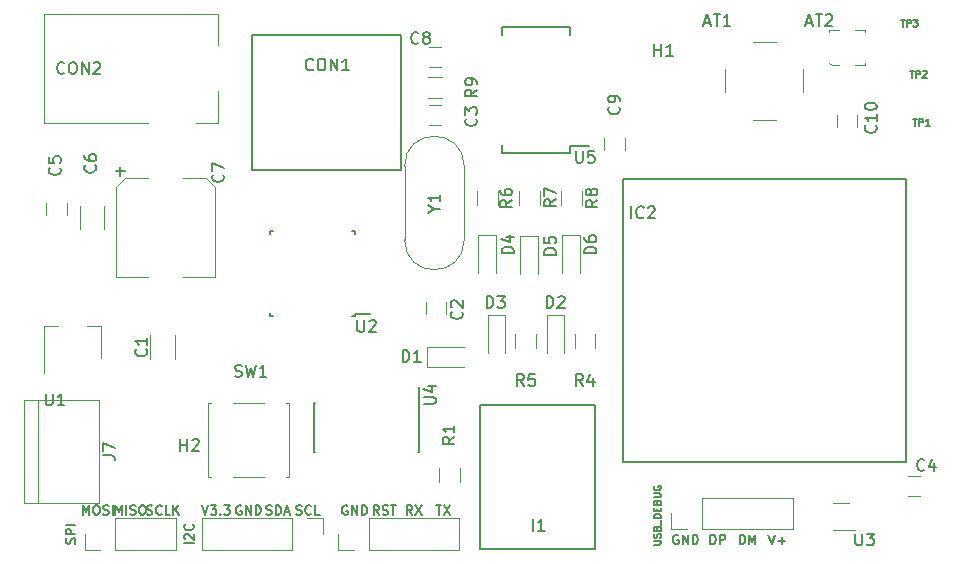
<source format=gto>
G04 #@! TF.GenerationSoftware,KiCad,Pcbnew,(5.1.2)-2*
G04 #@! TF.CreationDate,2019-12-02T09:08:39+11:00*
G04 #@! TF.ProjectId,BoSL_GSP_Micro,426f534c-5f47-4535-905f-4d6963726f2e,0.3 G_*
G04 #@! TF.SameCoordinates,Original*
G04 #@! TF.FileFunction,Legend,Top*
G04 #@! TF.FilePolarity,Positive*
%FSLAX46Y46*%
G04 Gerber Fmt 4.6, Leading zero omitted, Abs format (unit mm)*
G04 Created by KiCad (PCBNEW (5.1.2)-2) date 2019-12-02 09:08:39*
%MOMM*%
%LPD*%
G04 APERTURE LIST*
%ADD10C,0.150000*%
%ADD11C,0.120000*%
G04 APERTURE END LIST*
D10*
X124397619Y-106323809D02*
X124511904Y-106361904D01*
X124702380Y-106361904D01*
X124778571Y-106323809D01*
X124816666Y-106285714D01*
X124854761Y-106209523D01*
X124854761Y-106133333D01*
X124816666Y-106057142D01*
X124778571Y-106019047D01*
X124702380Y-105980952D01*
X124550000Y-105942857D01*
X124473809Y-105904761D01*
X124435714Y-105866666D01*
X124397619Y-105790476D01*
X124397619Y-105714285D01*
X124435714Y-105638095D01*
X124473809Y-105600000D01*
X124550000Y-105561904D01*
X124740476Y-105561904D01*
X124854761Y-105600000D01*
X125654761Y-106285714D02*
X125616666Y-106323809D01*
X125502380Y-106361904D01*
X125426190Y-106361904D01*
X125311904Y-106323809D01*
X125235714Y-106247619D01*
X125197619Y-106171428D01*
X125159523Y-106019047D01*
X125159523Y-105904761D01*
X125197619Y-105752380D01*
X125235714Y-105676190D01*
X125311904Y-105600000D01*
X125426190Y-105561904D01*
X125502380Y-105561904D01*
X125616666Y-105600000D01*
X125654761Y-105638095D01*
X126378571Y-106361904D02*
X125997619Y-106361904D01*
X125997619Y-105561904D01*
X126645238Y-106361904D02*
X126645238Y-105561904D01*
X127102380Y-106361904D02*
X126759523Y-105904761D01*
X127102380Y-105561904D02*
X126645238Y-106019047D01*
X121742857Y-106361904D02*
X121742857Y-105561904D01*
X122009523Y-106133333D01*
X122276190Y-105561904D01*
X122276190Y-106361904D01*
X122657142Y-106361904D02*
X122657142Y-105561904D01*
X123000000Y-106323809D02*
X123114285Y-106361904D01*
X123304761Y-106361904D01*
X123380952Y-106323809D01*
X123419047Y-106285714D01*
X123457142Y-106209523D01*
X123457142Y-106133333D01*
X123419047Y-106057142D01*
X123380952Y-106019047D01*
X123304761Y-105980952D01*
X123152380Y-105942857D01*
X123076190Y-105904761D01*
X123038095Y-105866666D01*
X123000000Y-105790476D01*
X123000000Y-105714285D01*
X123038095Y-105638095D01*
X123076190Y-105600000D01*
X123152380Y-105561904D01*
X123342857Y-105561904D01*
X123457142Y-105600000D01*
X123952380Y-105561904D02*
X124104761Y-105561904D01*
X124180952Y-105600000D01*
X124257142Y-105676190D01*
X124295238Y-105828571D01*
X124295238Y-106095238D01*
X124257142Y-106247619D01*
X124180952Y-106323809D01*
X124104761Y-106361904D01*
X123952380Y-106361904D01*
X123876190Y-106323809D01*
X123800000Y-106247619D01*
X123761904Y-106095238D01*
X123761904Y-105828571D01*
X123800000Y-105676190D01*
X123876190Y-105600000D01*
X123952380Y-105561904D01*
X118992857Y-106361904D02*
X118992857Y-105561904D01*
X119259523Y-106133333D01*
X119526190Y-105561904D01*
X119526190Y-106361904D01*
X120059523Y-105561904D02*
X120211904Y-105561904D01*
X120288095Y-105600000D01*
X120364285Y-105676190D01*
X120402380Y-105828571D01*
X120402380Y-106095238D01*
X120364285Y-106247619D01*
X120288095Y-106323809D01*
X120211904Y-106361904D01*
X120059523Y-106361904D01*
X119983333Y-106323809D01*
X119907142Y-106247619D01*
X119869047Y-106095238D01*
X119869047Y-105828571D01*
X119907142Y-105676190D01*
X119983333Y-105600000D01*
X120059523Y-105561904D01*
X120707142Y-106323809D02*
X120821428Y-106361904D01*
X121011904Y-106361904D01*
X121088095Y-106323809D01*
X121126190Y-106285714D01*
X121164285Y-106209523D01*
X121164285Y-106133333D01*
X121126190Y-106057142D01*
X121088095Y-106019047D01*
X121011904Y-105980952D01*
X120859523Y-105942857D01*
X120783333Y-105904761D01*
X120745238Y-105866666D01*
X120707142Y-105790476D01*
X120707142Y-105714285D01*
X120745238Y-105638095D01*
X120783333Y-105600000D01*
X120859523Y-105561904D01*
X121050000Y-105561904D01*
X121164285Y-105600000D01*
X121507142Y-106361904D02*
X121507142Y-105561904D01*
X118323809Y-108819047D02*
X118361904Y-108704761D01*
X118361904Y-108514285D01*
X118323809Y-108438095D01*
X118285714Y-108400000D01*
X118209523Y-108361904D01*
X118133333Y-108361904D01*
X118057142Y-108400000D01*
X118019047Y-108438095D01*
X117980952Y-108514285D01*
X117942857Y-108666666D01*
X117904761Y-108742857D01*
X117866666Y-108780952D01*
X117790476Y-108819047D01*
X117714285Y-108819047D01*
X117638095Y-108780952D01*
X117600000Y-108742857D01*
X117561904Y-108666666D01*
X117561904Y-108476190D01*
X117600000Y-108361904D01*
X118361904Y-108019047D02*
X117561904Y-108019047D01*
X117561904Y-107714285D01*
X117600000Y-107638095D01*
X117638095Y-107600000D01*
X117714285Y-107561904D01*
X117828571Y-107561904D01*
X117904761Y-107600000D01*
X117942857Y-107638095D01*
X117980952Y-107714285D01*
X117980952Y-108019047D01*
X118361904Y-107219047D02*
X117561904Y-107219047D01*
X167311428Y-108897428D02*
X167797142Y-108897428D01*
X167854285Y-108868857D01*
X167882857Y-108840285D01*
X167911428Y-108783142D01*
X167911428Y-108668857D01*
X167882857Y-108611714D01*
X167854285Y-108583142D01*
X167797142Y-108554571D01*
X167311428Y-108554571D01*
X167882857Y-108297428D02*
X167911428Y-108211714D01*
X167911428Y-108068857D01*
X167882857Y-108011714D01*
X167854285Y-107983142D01*
X167797142Y-107954571D01*
X167740000Y-107954571D01*
X167682857Y-107983142D01*
X167654285Y-108011714D01*
X167625714Y-108068857D01*
X167597142Y-108183142D01*
X167568571Y-108240285D01*
X167540000Y-108268857D01*
X167482857Y-108297428D01*
X167425714Y-108297428D01*
X167368571Y-108268857D01*
X167340000Y-108240285D01*
X167311428Y-108183142D01*
X167311428Y-108040285D01*
X167340000Y-107954571D01*
X167597142Y-107497428D02*
X167625714Y-107411714D01*
X167654285Y-107383142D01*
X167711428Y-107354571D01*
X167797142Y-107354571D01*
X167854285Y-107383142D01*
X167882857Y-107411714D01*
X167911428Y-107468857D01*
X167911428Y-107697428D01*
X167311428Y-107697428D01*
X167311428Y-107497428D01*
X167340000Y-107440285D01*
X167368571Y-107411714D01*
X167425714Y-107383142D01*
X167482857Y-107383142D01*
X167540000Y-107411714D01*
X167568571Y-107440285D01*
X167597142Y-107497428D01*
X167597142Y-107697428D01*
X167968571Y-107240285D02*
X167968571Y-106783142D01*
X167911428Y-106640285D02*
X167311428Y-106640285D01*
X167311428Y-106497428D01*
X167340000Y-106411714D01*
X167397142Y-106354571D01*
X167454285Y-106326000D01*
X167568571Y-106297428D01*
X167654285Y-106297428D01*
X167768571Y-106326000D01*
X167825714Y-106354571D01*
X167882857Y-106411714D01*
X167911428Y-106497428D01*
X167911428Y-106640285D01*
X167597142Y-106040285D02*
X167597142Y-105840285D01*
X167911428Y-105754571D02*
X167911428Y-106040285D01*
X167311428Y-106040285D01*
X167311428Y-105754571D01*
X167597142Y-105297428D02*
X167625714Y-105211714D01*
X167654285Y-105183142D01*
X167711428Y-105154571D01*
X167797142Y-105154571D01*
X167854285Y-105183142D01*
X167882857Y-105211714D01*
X167911428Y-105268857D01*
X167911428Y-105497428D01*
X167311428Y-105497428D01*
X167311428Y-105297428D01*
X167340000Y-105240285D01*
X167368571Y-105211714D01*
X167425714Y-105183142D01*
X167482857Y-105183142D01*
X167540000Y-105211714D01*
X167568571Y-105240285D01*
X167597142Y-105297428D01*
X167597142Y-105497428D01*
X167311428Y-104897428D02*
X167797142Y-104897428D01*
X167854285Y-104868857D01*
X167882857Y-104840285D01*
X167911428Y-104783142D01*
X167911428Y-104668857D01*
X167882857Y-104611714D01*
X167854285Y-104583142D01*
X167797142Y-104554571D01*
X167311428Y-104554571D01*
X167340000Y-103954571D02*
X167311428Y-104011714D01*
X167311428Y-104097428D01*
X167340000Y-104183142D01*
X167397142Y-104240285D01*
X167454285Y-104268857D01*
X167568571Y-104297428D01*
X167654285Y-104297428D01*
X167768571Y-104268857D01*
X167825714Y-104240285D01*
X167882857Y-104183142D01*
X167911428Y-104097428D01*
X167911428Y-104040285D01*
X167882857Y-103954571D01*
X167854285Y-103926000D01*
X167654285Y-103926000D01*
X167654285Y-104040285D01*
X177038095Y-108061904D02*
X177304761Y-108861904D01*
X177571428Y-108061904D01*
X177838095Y-108557142D02*
X178447619Y-108557142D01*
X178142857Y-108861904D02*
X178142857Y-108252380D01*
X174593333Y-108861904D02*
X174593333Y-108061904D01*
X174783809Y-108061904D01*
X174898095Y-108100000D01*
X174974285Y-108176190D01*
X175012380Y-108252380D01*
X175050476Y-108404761D01*
X175050476Y-108519047D01*
X175012380Y-108671428D01*
X174974285Y-108747619D01*
X174898095Y-108823809D01*
X174783809Y-108861904D01*
X174593333Y-108861904D01*
X175393333Y-108861904D02*
X175393333Y-108061904D01*
X175660000Y-108633333D01*
X175926666Y-108061904D01*
X175926666Y-108861904D01*
X172110476Y-108861904D02*
X172110476Y-108061904D01*
X172300952Y-108061904D01*
X172415238Y-108100000D01*
X172491428Y-108176190D01*
X172529523Y-108252380D01*
X172567619Y-108404761D01*
X172567619Y-108519047D01*
X172529523Y-108671428D01*
X172491428Y-108747619D01*
X172415238Y-108823809D01*
X172300952Y-108861904D01*
X172110476Y-108861904D01*
X172910476Y-108861904D02*
X172910476Y-108061904D01*
X173215238Y-108061904D01*
X173291428Y-108100000D01*
X173329523Y-108138095D01*
X173367619Y-108214285D01*
X173367619Y-108328571D01*
X173329523Y-108404761D01*
X173291428Y-108442857D01*
X173215238Y-108480952D01*
X172910476Y-108480952D01*
X169390476Y-108100000D02*
X169314285Y-108061904D01*
X169200000Y-108061904D01*
X169085714Y-108100000D01*
X169009523Y-108176190D01*
X168971428Y-108252380D01*
X168933333Y-108404761D01*
X168933333Y-108519047D01*
X168971428Y-108671428D01*
X169009523Y-108747619D01*
X169085714Y-108823809D01*
X169200000Y-108861904D01*
X169276190Y-108861904D01*
X169390476Y-108823809D01*
X169428571Y-108785714D01*
X169428571Y-108519047D01*
X169276190Y-108519047D01*
X169771428Y-108861904D02*
X169771428Y-108061904D01*
X170228571Y-108861904D01*
X170228571Y-108061904D01*
X170609523Y-108861904D02*
X170609523Y-108061904D01*
X170800000Y-108061904D01*
X170914285Y-108100000D01*
X170990476Y-108176190D01*
X171028571Y-108252380D01*
X171066666Y-108404761D01*
X171066666Y-108519047D01*
X171028571Y-108671428D01*
X170990476Y-108747619D01*
X170914285Y-108823809D01*
X170800000Y-108861904D01*
X170609523Y-108861904D01*
X148890476Y-105561904D02*
X149347619Y-105561904D01*
X149119047Y-106361904D02*
X149119047Y-105561904D01*
X149538095Y-105561904D02*
X150071428Y-106361904D01*
X150071428Y-105561904D02*
X149538095Y-106361904D01*
X146866666Y-106361904D02*
X146600000Y-105980952D01*
X146409523Y-106361904D02*
X146409523Y-105561904D01*
X146714285Y-105561904D01*
X146790476Y-105600000D01*
X146828571Y-105638095D01*
X146866666Y-105714285D01*
X146866666Y-105828571D01*
X146828571Y-105904761D01*
X146790476Y-105942857D01*
X146714285Y-105980952D01*
X146409523Y-105980952D01*
X147133333Y-105561904D02*
X147666666Y-106361904D01*
X147666666Y-105561904D02*
X147133333Y-106361904D01*
X144061904Y-106361904D02*
X143795238Y-105980952D01*
X143604761Y-106361904D02*
X143604761Y-105561904D01*
X143909523Y-105561904D01*
X143985714Y-105600000D01*
X144023809Y-105638095D01*
X144061904Y-105714285D01*
X144061904Y-105828571D01*
X144023809Y-105904761D01*
X143985714Y-105942857D01*
X143909523Y-105980952D01*
X143604761Y-105980952D01*
X144366666Y-106323809D02*
X144480952Y-106361904D01*
X144671428Y-106361904D01*
X144747619Y-106323809D01*
X144785714Y-106285714D01*
X144823809Y-106209523D01*
X144823809Y-106133333D01*
X144785714Y-106057142D01*
X144747619Y-106019047D01*
X144671428Y-105980952D01*
X144519047Y-105942857D01*
X144442857Y-105904761D01*
X144404761Y-105866666D01*
X144366666Y-105790476D01*
X144366666Y-105714285D01*
X144404761Y-105638095D01*
X144442857Y-105600000D01*
X144519047Y-105561904D01*
X144709523Y-105561904D01*
X144823809Y-105600000D01*
X145052380Y-105561904D02*
X145509523Y-105561904D01*
X145280952Y-106361904D02*
X145280952Y-105561904D01*
X141390476Y-105600000D02*
X141314285Y-105561904D01*
X141200000Y-105561904D01*
X141085714Y-105600000D01*
X141009523Y-105676190D01*
X140971428Y-105752380D01*
X140933333Y-105904761D01*
X140933333Y-106019047D01*
X140971428Y-106171428D01*
X141009523Y-106247619D01*
X141085714Y-106323809D01*
X141200000Y-106361904D01*
X141276190Y-106361904D01*
X141390476Y-106323809D01*
X141428571Y-106285714D01*
X141428571Y-106019047D01*
X141276190Y-106019047D01*
X141771428Y-106361904D02*
X141771428Y-105561904D01*
X142228571Y-106361904D01*
X142228571Y-105561904D01*
X142609523Y-106361904D02*
X142609523Y-105561904D01*
X142800000Y-105561904D01*
X142914285Y-105600000D01*
X142990476Y-105676190D01*
X143028571Y-105752380D01*
X143066666Y-105904761D01*
X143066666Y-106019047D01*
X143028571Y-106171428D01*
X142990476Y-106247619D01*
X142914285Y-106323809D01*
X142800000Y-106361904D01*
X142609523Y-106361904D01*
X128361904Y-108780952D02*
X127561904Y-108780952D01*
X127638095Y-108438095D02*
X127600000Y-108400000D01*
X127561904Y-108323809D01*
X127561904Y-108133333D01*
X127600000Y-108057142D01*
X127638095Y-108019047D01*
X127714285Y-107980952D01*
X127790476Y-107980952D01*
X127904761Y-108019047D01*
X128361904Y-108476190D01*
X128361904Y-107980952D01*
X128285714Y-107180952D02*
X128323809Y-107219047D01*
X128361904Y-107333333D01*
X128361904Y-107409523D01*
X128323809Y-107523809D01*
X128247619Y-107600000D01*
X128171428Y-107638095D01*
X128019047Y-107676190D01*
X127904761Y-107676190D01*
X127752380Y-107638095D01*
X127676190Y-107600000D01*
X127600000Y-107523809D01*
X127561904Y-107409523D01*
X127561904Y-107333333D01*
X127600000Y-107219047D01*
X127638095Y-107180952D01*
X129080952Y-105561904D02*
X129347619Y-106361904D01*
X129614285Y-105561904D01*
X129804761Y-105561904D02*
X130300000Y-105561904D01*
X130033333Y-105866666D01*
X130147619Y-105866666D01*
X130223809Y-105904761D01*
X130261904Y-105942857D01*
X130300000Y-106019047D01*
X130300000Y-106209523D01*
X130261904Y-106285714D01*
X130223809Y-106323809D01*
X130147619Y-106361904D01*
X129919047Y-106361904D01*
X129842857Y-106323809D01*
X129804761Y-106285714D01*
X130642857Y-106285714D02*
X130680952Y-106323809D01*
X130642857Y-106361904D01*
X130604761Y-106323809D01*
X130642857Y-106285714D01*
X130642857Y-106361904D01*
X130947619Y-105561904D02*
X131442857Y-105561904D01*
X131176190Y-105866666D01*
X131290476Y-105866666D01*
X131366666Y-105904761D01*
X131404761Y-105942857D01*
X131442857Y-106019047D01*
X131442857Y-106209523D01*
X131404761Y-106285714D01*
X131366666Y-106323809D01*
X131290476Y-106361904D01*
X131061904Y-106361904D01*
X130985714Y-106323809D01*
X130947619Y-106285714D01*
X132390476Y-105600000D02*
X132314285Y-105561904D01*
X132200000Y-105561904D01*
X132085714Y-105600000D01*
X132009523Y-105676190D01*
X131971428Y-105752380D01*
X131933333Y-105904761D01*
X131933333Y-106019047D01*
X131971428Y-106171428D01*
X132009523Y-106247619D01*
X132085714Y-106323809D01*
X132200000Y-106361904D01*
X132276190Y-106361904D01*
X132390476Y-106323809D01*
X132428571Y-106285714D01*
X132428571Y-106019047D01*
X132276190Y-106019047D01*
X132771428Y-106361904D02*
X132771428Y-105561904D01*
X133228571Y-106361904D01*
X133228571Y-105561904D01*
X133609523Y-106361904D02*
X133609523Y-105561904D01*
X133800000Y-105561904D01*
X133914285Y-105600000D01*
X133990476Y-105676190D01*
X134028571Y-105752380D01*
X134066666Y-105904761D01*
X134066666Y-106019047D01*
X134028571Y-106171428D01*
X133990476Y-106247619D01*
X133914285Y-106323809D01*
X133800000Y-106361904D01*
X133609523Y-106361904D01*
X134528571Y-106323809D02*
X134642857Y-106361904D01*
X134833333Y-106361904D01*
X134909523Y-106323809D01*
X134947619Y-106285714D01*
X134985714Y-106209523D01*
X134985714Y-106133333D01*
X134947619Y-106057142D01*
X134909523Y-106019047D01*
X134833333Y-105980952D01*
X134680952Y-105942857D01*
X134604761Y-105904761D01*
X134566666Y-105866666D01*
X134528571Y-105790476D01*
X134528571Y-105714285D01*
X134566666Y-105638095D01*
X134604761Y-105600000D01*
X134680952Y-105561904D01*
X134871428Y-105561904D01*
X134985714Y-105600000D01*
X135328571Y-106361904D02*
X135328571Y-105561904D01*
X135519047Y-105561904D01*
X135633333Y-105600000D01*
X135709523Y-105676190D01*
X135747619Y-105752380D01*
X135785714Y-105904761D01*
X135785714Y-106019047D01*
X135747619Y-106171428D01*
X135709523Y-106247619D01*
X135633333Y-106323809D01*
X135519047Y-106361904D01*
X135328571Y-106361904D01*
X136090476Y-106133333D02*
X136471428Y-106133333D01*
X136014285Y-106361904D02*
X136280952Y-105561904D01*
X136547619Y-106361904D01*
X137047619Y-106323809D02*
X137161904Y-106361904D01*
X137352380Y-106361904D01*
X137428571Y-106323809D01*
X137466666Y-106285714D01*
X137504761Y-106209523D01*
X137504761Y-106133333D01*
X137466666Y-106057142D01*
X137428571Y-106019047D01*
X137352380Y-105980952D01*
X137200000Y-105942857D01*
X137123809Y-105904761D01*
X137085714Y-105866666D01*
X137047619Y-105790476D01*
X137047619Y-105714285D01*
X137085714Y-105638095D01*
X137123809Y-105600000D01*
X137200000Y-105561904D01*
X137390476Y-105561904D01*
X137504761Y-105600000D01*
X138304761Y-106285714D02*
X138266666Y-106323809D01*
X138152380Y-106361904D01*
X138076190Y-106361904D01*
X137961904Y-106323809D01*
X137885714Y-106247619D01*
X137847619Y-106171428D01*
X137809523Y-106019047D01*
X137809523Y-105904761D01*
X137847619Y-105752380D01*
X137885714Y-105676190D01*
X137961904Y-105600000D01*
X138076190Y-105561904D01*
X138152380Y-105561904D01*
X138266666Y-105600000D01*
X138304761Y-105638095D01*
X139028571Y-106361904D02*
X138647619Y-106361904D01*
X138647619Y-105561904D01*
X147450000Y-96925000D02*
X147425000Y-96925000D01*
X147450000Y-101075000D02*
X147335000Y-101075000D01*
X138550000Y-101075000D02*
X138665000Y-101075000D01*
X138550000Y-96925000D02*
X138665000Y-96925000D01*
X147450000Y-96925000D02*
X147450000Y-101075000D01*
X138550000Y-96925000D02*
X138550000Y-101075000D01*
X147425000Y-96925000D02*
X147425000Y-95550000D01*
D11*
X151275000Y-76835000D02*
X151275000Y-83085000D01*
X146225000Y-76835000D02*
X146225000Y-83085000D01*
X146225000Y-76835000D02*
G75*
G02X151275000Y-76835000I2525000J0D01*
G01*
X146225000Y-83085000D02*
G75*
G03X151275000Y-83085000I2525000J0D01*
G01*
X161222000Y-78940000D02*
X161222000Y-80140000D01*
X159462000Y-80140000D02*
X159462000Y-78940000D01*
X157666000Y-78940000D02*
X157666000Y-80140000D01*
X155906000Y-80140000D02*
X155906000Y-78940000D01*
X154110000Y-78940000D02*
X154110000Y-80140000D01*
X152350000Y-80140000D02*
X152350000Y-78940000D01*
D10*
X139700000Y-65740000D02*
X133300000Y-65740000D01*
X133300000Y-65740000D02*
X133300000Y-77140000D01*
X145900000Y-77140000D02*
X145900000Y-65740000D01*
X145900000Y-65740000D02*
X139500000Y-65740000D01*
X145900000Y-77140000D02*
X133300000Y-77140000D01*
X164690000Y-101920000D02*
X164690000Y-77920000D01*
X188690000Y-101920000D02*
X164690000Y-101920000D01*
X188690000Y-77920000D02*
X188690000Y-101920000D01*
X164690000Y-77920000D02*
X188690000Y-77920000D01*
X152605000Y-97045000D02*
X162355000Y-97045000D01*
X152605000Y-109245000D02*
X162355000Y-109245000D01*
X162355000Y-109245000D02*
X162355000Y-97045000D01*
X152605000Y-109245000D02*
X152630000Y-109220000D01*
X152605000Y-97045000D02*
X152605000Y-109245000D01*
D11*
X179990000Y-68600000D02*
X179990000Y-70600000D01*
X173390000Y-68600000D02*
X173390000Y-70600000D01*
X177690000Y-72900000D02*
X175690000Y-72900000D01*
X177690000Y-66300000D02*
X175690000Y-66300000D01*
X124710000Y-91170000D02*
X124710000Y-93170000D01*
X126750000Y-93170000D02*
X126750000Y-91170000D01*
X148050000Y-88350000D02*
X148050000Y-89350000D01*
X149750000Y-89350000D02*
X149750000Y-88350000D01*
X149300000Y-71650000D02*
X148300000Y-71650000D01*
X148300000Y-73350000D02*
X149300000Y-73350000D01*
X188890000Y-104740000D02*
X189890000Y-104740000D01*
X189890000Y-103040000D02*
X188890000Y-103040000D01*
X117610000Y-80950000D02*
X117610000Y-79950000D01*
X115910000Y-79950000D02*
X115910000Y-80950000D01*
X120814000Y-82200000D02*
X120814000Y-80200000D01*
X118774000Y-80200000D02*
X118774000Y-82200000D01*
X121810000Y-86230000D02*
X124490000Y-86230000D01*
X130190000Y-86230000D02*
X127510000Y-86230000D01*
X129430000Y-77850000D02*
X127510000Y-77850000D01*
X122570000Y-77850000D02*
X124490000Y-77850000D01*
X121810000Y-86230000D02*
X121810000Y-78610000D01*
X121810000Y-78610000D02*
X122570000Y-77850000D01*
X129430000Y-77850000D02*
X130190000Y-78610000D01*
X130190000Y-78610000D02*
X130190000Y-86230000D01*
X148300000Y-68450000D02*
X149300000Y-68450000D01*
X149300000Y-66750000D02*
X148300000Y-66750000D01*
X163150000Y-74500000D02*
X163150000Y-75500000D01*
X164850000Y-75500000D02*
X164850000Y-74500000D01*
X124540000Y-73180000D02*
X115740000Y-73180000D01*
X115740000Y-73180000D02*
X115740000Y-63980000D01*
X130440000Y-70480000D02*
X130440000Y-73180000D01*
X130440000Y-73180000D02*
X128540000Y-73180000D01*
X115740000Y-63980000D02*
X130440000Y-63980000D01*
X130440000Y-63980000D02*
X130440000Y-66580000D01*
X148100000Y-92150000D02*
X148100000Y-93850000D01*
X148100000Y-93850000D02*
X151250000Y-93850000D01*
X148100000Y-92150000D02*
X151250000Y-92150000D01*
X158250000Y-92650000D02*
X158250000Y-89450000D01*
X159750000Y-89450000D02*
X159750000Y-92650000D01*
X159750000Y-89450000D02*
X158250000Y-89450000D01*
X153250000Y-92650000D02*
X153250000Y-89450000D01*
X154750000Y-89450000D02*
X154750000Y-92650000D01*
X154750000Y-89450000D02*
X153250000Y-89450000D01*
X152480000Y-85860000D02*
X152480000Y-82660000D01*
X153980000Y-82660000D02*
X153980000Y-85860000D01*
X153980000Y-82660000D02*
X152480000Y-82660000D01*
X156036000Y-85940000D02*
X156036000Y-82740000D01*
X157536000Y-82740000D02*
X157536000Y-85940000D01*
X157536000Y-82740000D02*
X156036000Y-82740000D01*
X159592000Y-85860000D02*
X159592000Y-82660000D01*
X161092000Y-82660000D02*
X161092000Y-85860000D01*
X161092000Y-82660000D02*
X159592000Y-82660000D01*
X129050000Y-106670000D02*
X129050000Y-109330000D01*
X136730000Y-106670000D02*
X129050000Y-106670000D01*
X136730000Y-109330000D02*
X129050000Y-109330000D01*
X136730000Y-106670000D02*
X136730000Y-109330000D01*
X138000000Y-106670000D02*
X139330000Y-106670000D01*
X139330000Y-106670000D02*
X139330000Y-108000000D01*
X150870000Y-109330000D02*
X150870000Y-106670000D01*
X143190000Y-109330000D02*
X150870000Y-109330000D01*
X143190000Y-106670000D02*
X150870000Y-106670000D01*
X143190000Y-109330000D02*
X143190000Y-106670000D01*
X141920000Y-109330000D02*
X140590000Y-109330000D01*
X140590000Y-109330000D02*
X140590000Y-108000000D01*
X179080000Y-107580000D02*
X179080000Y-104920000D01*
X171400000Y-107580000D02*
X179080000Y-107580000D01*
X171400000Y-104920000D02*
X179080000Y-104920000D01*
X171400000Y-107580000D02*
X171400000Y-104920000D01*
X170130000Y-107580000D02*
X168800000Y-107580000D01*
X168800000Y-107580000D02*
X168800000Y-106250000D01*
X149120000Y-103600000D02*
X149120000Y-102400000D01*
X150880000Y-102400000D02*
X150880000Y-103600000D01*
X160620000Y-92250000D02*
X160620000Y-91050000D01*
X162380000Y-91050000D02*
X162380000Y-92250000D01*
X157380000Y-91050000D02*
X157380000Y-92250000D01*
X155620000Y-92250000D02*
X155620000Y-91050000D01*
X136200000Y-96875000D02*
X136450000Y-96875000D01*
X136450000Y-96875000D02*
X136450000Y-103175000D01*
X136450000Y-103175000D02*
X136200000Y-103175000D01*
X131700000Y-96875000D02*
X134300000Y-96875000D01*
X129800000Y-103175000D02*
X129550000Y-103175000D01*
X129550000Y-103175000D02*
X129550000Y-96875000D01*
X129550000Y-96875000D02*
X129800000Y-96875000D01*
X134300000Y-103175000D02*
X131700000Y-103175000D01*
X119310000Y-90370000D02*
X120510000Y-90370000D01*
X120510000Y-90370000D02*
X120510000Y-93070000D01*
X115710000Y-94370000D02*
X115710000Y-90370000D01*
X115710000Y-90370000D02*
X116910000Y-90370000D01*
X182470000Y-107660000D02*
X184370000Y-107660000D01*
X183870000Y-105340000D02*
X182470000Y-105340000D01*
D10*
X160261000Y-75733000D02*
X160261000Y-75158000D01*
X154511000Y-75733000D02*
X154511000Y-75083000D01*
X154511000Y-65083000D02*
X154511000Y-65733000D01*
X160261000Y-65083000D02*
X160261000Y-65733000D01*
X160261000Y-75733000D02*
X154511000Y-75733000D01*
X160261000Y-65083000D02*
X154511000Y-65083000D01*
X160261000Y-75158000D02*
X161861000Y-75158000D01*
D11*
X113970000Y-96650000D02*
X113970000Y-105350000D01*
X120380000Y-96650000D02*
X120380000Y-105350000D01*
X120380000Y-105350000D02*
X113970000Y-105350000D01*
X115200000Y-105350000D02*
X115200000Y-96650000D01*
X113970000Y-96650000D02*
X120380000Y-96650000D01*
X148200000Y-69320000D02*
X149400000Y-69320000D01*
X149400000Y-71080000D02*
X148200000Y-71080000D01*
X182200000Y-65300000D02*
X183000000Y-65300000D01*
X182200000Y-65500000D02*
X182200000Y-65300000D01*
X185200000Y-65300000D02*
X185200000Y-65500000D01*
X184400000Y-65300000D02*
X185200000Y-65300000D01*
X185200000Y-68300000D02*
X184400000Y-68300000D01*
X185200000Y-68100000D02*
X185200000Y-68300000D01*
X182400000Y-68300000D02*
X182200000Y-68100000D01*
X183000000Y-68300000D02*
X182400000Y-68300000D01*
X182850000Y-72550000D02*
X182850000Y-73550000D01*
X184550000Y-73550000D02*
X184550000Y-72550000D01*
D10*
X142055000Y-89320000D02*
X143280000Y-89320000D01*
X134805000Y-89545000D02*
X135105000Y-89545000D01*
X134805000Y-82295000D02*
X135105000Y-82295000D01*
X142055000Y-82295000D02*
X141755000Y-82295000D01*
X142055000Y-89545000D02*
X141755000Y-89545000D01*
X142055000Y-82295000D02*
X142055000Y-82595000D01*
X134805000Y-82295000D02*
X134805000Y-82595000D01*
X134805000Y-89545000D02*
X134805000Y-89245000D01*
X142055000Y-89545000D02*
X142055000Y-89320000D01*
D11*
X119130000Y-109330000D02*
X119130000Y-108000000D01*
X120460000Y-109330000D02*
X119130000Y-109330000D01*
X121730000Y-109330000D02*
X121730000Y-106670000D01*
X121730000Y-106670000D02*
X126870000Y-106670000D01*
X121730000Y-109330000D02*
X126870000Y-109330000D01*
X126870000Y-109330000D02*
X126870000Y-106670000D01*
D10*
X147852380Y-96961904D02*
X148661904Y-96961904D01*
X148757142Y-96914285D01*
X148804761Y-96866666D01*
X148852380Y-96771428D01*
X148852380Y-96580952D01*
X148804761Y-96485714D01*
X148757142Y-96438095D01*
X148661904Y-96390476D01*
X147852380Y-96390476D01*
X148185714Y-95485714D02*
X148852380Y-95485714D01*
X147804761Y-95723809D02*
X148519047Y-95961904D01*
X148519047Y-95342857D01*
X148726190Y-80436190D02*
X149202380Y-80436190D01*
X148202380Y-80769523D02*
X148726190Y-80436190D01*
X148202380Y-80102857D01*
X149202380Y-79245714D02*
X149202380Y-79817142D01*
X149202380Y-79531428D02*
X148202380Y-79531428D01*
X148345238Y-79626666D01*
X148440476Y-79721904D01*
X148488095Y-79817142D01*
X162552380Y-79706666D02*
X162076190Y-80040000D01*
X162552380Y-80278095D02*
X161552380Y-80278095D01*
X161552380Y-79897142D01*
X161600000Y-79801904D01*
X161647619Y-79754285D01*
X161742857Y-79706666D01*
X161885714Y-79706666D01*
X161980952Y-79754285D01*
X162028571Y-79801904D01*
X162076190Y-79897142D01*
X162076190Y-80278095D01*
X161980952Y-79135238D02*
X161933333Y-79230476D01*
X161885714Y-79278095D01*
X161790476Y-79325714D01*
X161742857Y-79325714D01*
X161647619Y-79278095D01*
X161600000Y-79230476D01*
X161552380Y-79135238D01*
X161552380Y-78944761D01*
X161600000Y-78849523D01*
X161647619Y-78801904D01*
X161742857Y-78754285D01*
X161790476Y-78754285D01*
X161885714Y-78801904D01*
X161933333Y-78849523D01*
X161980952Y-78944761D01*
X161980952Y-79135238D01*
X162028571Y-79230476D01*
X162076190Y-79278095D01*
X162171428Y-79325714D01*
X162361904Y-79325714D01*
X162457142Y-79278095D01*
X162504761Y-79230476D01*
X162552380Y-79135238D01*
X162552380Y-78944761D01*
X162504761Y-78849523D01*
X162457142Y-78801904D01*
X162361904Y-78754285D01*
X162171428Y-78754285D01*
X162076190Y-78801904D01*
X162028571Y-78849523D01*
X161980952Y-78944761D01*
X159052380Y-79666666D02*
X158576190Y-80000000D01*
X159052380Y-80238095D02*
X158052380Y-80238095D01*
X158052380Y-79857142D01*
X158100000Y-79761904D01*
X158147619Y-79714285D01*
X158242857Y-79666666D01*
X158385714Y-79666666D01*
X158480952Y-79714285D01*
X158528571Y-79761904D01*
X158576190Y-79857142D01*
X158576190Y-80238095D01*
X158052380Y-79333333D02*
X158052380Y-78666666D01*
X159052380Y-79095238D01*
X155312380Y-79706666D02*
X154836190Y-80040000D01*
X155312380Y-80278095D02*
X154312380Y-80278095D01*
X154312380Y-79897142D01*
X154360000Y-79801904D01*
X154407619Y-79754285D01*
X154502857Y-79706666D01*
X154645714Y-79706666D01*
X154740952Y-79754285D01*
X154788571Y-79801904D01*
X154836190Y-79897142D01*
X154836190Y-80278095D01*
X154312380Y-78849523D02*
X154312380Y-79040000D01*
X154360000Y-79135238D01*
X154407619Y-79182857D01*
X154550476Y-79278095D01*
X154740952Y-79325714D01*
X155121904Y-79325714D01*
X155217142Y-79278095D01*
X155264761Y-79230476D01*
X155312380Y-79135238D01*
X155312380Y-78944761D01*
X155264761Y-78849523D01*
X155217142Y-78801904D01*
X155121904Y-78754285D01*
X154883809Y-78754285D01*
X154788571Y-78801904D01*
X154740952Y-78849523D01*
X154693333Y-78944761D01*
X154693333Y-79135238D01*
X154740952Y-79230476D01*
X154788571Y-79278095D01*
X154883809Y-79325714D01*
X138485714Y-68637142D02*
X138438095Y-68684761D01*
X138295238Y-68732380D01*
X138200000Y-68732380D01*
X138057142Y-68684761D01*
X137961904Y-68589523D01*
X137914285Y-68494285D01*
X137866666Y-68303809D01*
X137866666Y-68160952D01*
X137914285Y-67970476D01*
X137961904Y-67875238D01*
X138057142Y-67780000D01*
X138200000Y-67732380D01*
X138295238Y-67732380D01*
X138438095Y-67780000D01*
X138485714Y-67827619D01*
X139104761Y-67732380D02*
X139295238Y-67732380D01*
X139390476Y-67780000D01*
X139485714Y-67875238D01*
X139533333Y-68065714D01*
X139533333Y-68399047D01*
X139485714Y-68589523D01*
X139390476Y-68684761D01*
X139295238Y-68732380D01*
X139104761Y-68732380D01*
X139009523Y-68684761D01*
X138914285Y-68589523D01*
X138866666Y-68399047D01*
X138866666Y-68065714D01*
X138914285Y-67875238D01*
X139009523Y-67780000D01*
X139104761Y-67732380D01*
X139961904Y-68732380D02*
X139961904Y-67732380D01*
X140533333Y-68732380D01*
X140533333Y-67732380D01*
X141533333Y-68732380D02*
X140961904Y-68732380D01*
X141247619Y-68732380D02*
X141247619Y-67732380D01*
X141152380Y-67875238D01*
X141057142Y-67970476D01*
X140961904Y-68018095D01*
X165423809Y-81252380D02*
X165423809Y-80252380D01*
X166471428Y-81157142D02*
X166423809Y-81204761D01*
X166280952Y-81252380D01*
X166185714Y-81252380D01*
X166042857Y-81204761D01*
X165947619Y-81109523D01*
X165900000Y-81014285D01*
X165852380Y-80823809D01*
X165852380Y-80680952D01*
X165900000Y-80490476D01*
X165947619Y-80395238D01*
X166042857Y-80300000D01*
X166185714Y-80252380D01*
X166280952Y-80252380D01*
X166423809Y-80300000D01*
X166471428Y-80347619D01*
X166852380Y-80347619D02*
X166900000Y-80300000D01*
X166995238Y-80252380D01*
X167233333Y-80252380D01*
X167328571Y-80300000D01*
X167376190Y-80347619D01*
X167423809Y-80442857D01*
X167423809Y-80538095D01*
X167376190Y-80680952D01*
X166804761Y-81252380D01*
X167423809Y-81252380D01*
X157103809Y-107722380D02*
X157103809Y-106722380D01*
X158103809Y-107722380D02*
X157532380Y-107722380D01*
X157818095Y-107722380D02*
X157818095Y-106722380D01*
X157722857Y-106865238D01*
X157627619Y-106960476D01*
X157532380Y-107008095D01*
X171624761Y-64682666D02*
X172100952Y-64682666D01*
X171529523Y-64968380D02*
X171862857Y-63968380D01*
X172196190Y-64968380D01*
X172386666Y-63968380D02*
X172958095Y-63968380D01*
X172672380Y-64968380D02*
X172672380Y-63968380D01*
X173815238Y-64968380D02*
X173243809Y-64968380D01*
X173529523Y-64968380D02*
X173529523Y-63968380D01*
X173434285Y-64111238D01*
X173339047Y-64206476D01*
X173243809Y-64254095D01*
X124337142Y-92336666D02*
X124384761Y-92384285D01*
X124432380Y-92527142D01*
X124432380Y-92622380D01*
X124384761Y-92765238D01*
X124289523Y-92860476D01*
X124194285Y-92908095D01*
X124003809Y-92955714D01*
X123860952Y-92955714D01*
X123670476Y-92908095D01*
X123575238Y-92860476D01*
X123480000Y-92765238D01*
X123432380Y-92622380D01*
X123432380Y-92527142D01*
X123480000Y-92384285D01*
X123527619Y-92336666D01*
X124432380Y-91384285D02*
X124432380Y-91955714D01*
X124432380Y-91670000D02*
X123432380Y-91670000D01*
X123575238Y-91765238D01*
X123670476Y-91860476D01*
X123718095Y-91955714D01*
X151057142Y-89166666D02*
X151104761Y-89214285D01*
X151152380Y-89357142D01*
X151152380Y-89452380D01*
X151104761Y-89595238D01*
X151009523Y-89690476D01*
X150914285Y-89738095D01*
X150723809Y-89785714D01*
X150580952Y-89785714D01*
X150390476Y-89738095D01*
X150295238Y-89690476D01*
X150200000Y-89595238D01*
X150152380Y-89452380D01*
X150152380Y-89357142D01*
X150200000Y-89214285D01*
X150247619Y-89166666D01*
X150247619Y-88785714D02*
X150200000Y-88738095D01*
X150152380Y-88642857D01*
X150152380Y-88404761D01*
X150200000Y-88309523D01*
X150247619Y-88261904D01*
X150342857Y-88214285D01*
X150438095Y-88214285D01*
X150580952Y-88261904D01*
X151152380Y-88833333D01*
X151152380Y-88214285D01*
X152249142Y-72810666D02*
X152296761Y-72858285D01*
X152344380Y-73001142D01*
X152344380Y-73096380D01*
X152296761Y-73239238D01*
X152201523Y-73334476D01*
X152106285Y-73382095D01*
X151915809Y-73429714D01*
X151772952Y-73429714D01*
X151582476Y-73382095D01*
X151487238Y-73334476D01*
X151392000Y-73239238D01*
X151344380Y-73096380D01*
X151344380Y-73001142D01*
X151392000Y-72858285D01*
X151439619Y-72810666D01*
X151344380Y-72477333D02*
X151344380Y-71858285D01*
X151725333Y-72191619D01*
X151725333Y-72048761D01*
X151772952Y-71953523D01*
X151820571Y-71905904D01*
X151915809Y-71858285D01*
X152153904Y-71858285D01*
X152249142Y-71905904D01*
X152296761Y-71953523D01*
X152344380Y-72048761D01*
X152344380Y-72334476D01*
X152296761Y-72429714D01*
X152249142Y-72477333D01*
X190233333Y-102557142D02*
X190185714Y-102604761D01*
X190042857Y-102652380D01*
X189947619Y-102652380D01*
X189804761Y-102604761D01*
X189709523Y-102509523D01*
X189661904Y-102414285D01*
X189614285Y-102223809D01*
X189614285Y-102080952D01*
X189661904Y-101890476D01*
X189709523Y-101795238D01*
X189804761Y-101700000D01*
X189947619Y-101652380D01*
X190042857Y-101652380D01*
X190185714Y-101700000D01*
X190233333Y-101747619D01*
X191090476Y-101985714D02*
X191090476Y-102652380D01*
X190852380Y-101604761D02*
X190614285Y-102319047D01*
X191233333Y-102319047D01*
X117017142Y-76966666D02*
X117064761Y-77014285D01*
X117112380Y-77157142D01*
X117112380Y-77252380D01*
X117064761Y-77395238D01*
X116969523Y-77490476D01*
X116874285Y-77538095D01*
X116683809Y-77585714D01*
X116540952Y-77585714D01*
X116350476Y-77538095D01*
X116255238Y-77490476D01*
X116160000Y-77395238D01*
X116112380Y-77252380D01*
X116112380Y-77157142D01*
X116160000Y-77014285D01*
X116207619Y-76966666D01*
X116112380Y-76061904D02*
X116112380Y-76538095D01*
X116588571Y-76585714D01*
X116540952Y-76538095D01*
X116493333Y-76442857D01*
X116493333Y-76204761D01*
X116540952Y-76109523D01*
X116588571Y-76061904D01*
X116683809Y-76014285D01*
X116921904Y-76014285D01*
X117017142Y-76061904D01*
X117064761Y-76109523D01*
X117112380Y-76204761D01*
X117112380Y-76442857D01*
X117064761Y-76538095D01*
X117017142Y-76585714D01*
X120017142Y-76766666D02*
X120064761Y-76814285D01*
X120112380Y-76957142D01*
X120112380Y-77052380D01*
X120064761Y-77195238D01*
X119969523Y-77290476D01*
X119874285Y-77338095D01*
X119683809Y-77385714D01*
X119540952Y-77385714D01*
X119350476Y-77338095D01*
X119255238Y-77290476D01*
X119160000Y-77195238D01*
X119112380Y-77052380D01*
X119112380Y-76957142D01*
X119160000Y-76814285D01*
X119207619Y-76766666D01*
X119112380Y-75909523D02*
X119112380Y-76100000D01*
X119160000Y-76195238D01*
X119207619Y-76242857D01*
X119350476Y-76338095D01*
X119540952Y-76385714D01*
X119921904Y-76385714D01*
X120017142Y-76338095D01*
X120064761Y-76290476D01*
X120112380Y-76195238D01*
X120112380Y-76004761D01*
X120064761Y-75909523D01*
X120017142Y-75861904D01*
X119921904Y-75814285D01*
X119683809Y-75814285D01*
X119588571Y-75861904D01*
X119540952Y-75909523D01*
X119493333Y-76004761D01*
X119493333Y-76195238D01*
X119540952Y-76290476D01*
X119588571Y-76338095D01*
X119683809Y-76385714D01*
X130827142Y-77552666D02*
X130874761Y-77600285D01*
X130922380Y-77743142D01*
X130922380Y-77838380D01*
X130874761Y-77981238D01*
X130779523Y-78076476D01*
X130684285Y-78124095D01*
X130493809Y-78171714D01*
X130350952Y-78171714D01*
X130160476Y-78124095D01*
X130065238Y-78076476D01*
X129970000Y-77981238D01*
X129922380Y-77838380D01*
X129922380Y-77743142D01*
X129970000Y-77600285D01*
X130017619Y-77552666D01*
X129922380Y-77219333D02*
X129922380Y-76552666D01*
X130922380Y-76981238D01*
X122171428Y-77640952D02*
X122171428Y-76879047D01*
X122552380Y-77260000D02*
X121790476Y-77260000D01*
X122171428Y-77640952D02*
X122171428Y-76879047D01*
X122552380Y-77260000D02*
X121790476Y-77260000D01*
X147407333Y-66397142D02*
X147359714Y-66444761D01*
X147216857Y-66492380D01*
X147121619Y-66492380D01*
X146978761Y-66444761D01*
X146883523Y-66349523D01*
X146835904Y-66254285D01*
X146788285Y-66063809D01*
X146788285Y-65920952D01*
X146835904Y-65730476D01*
X146883523Y-65635238D01*
X146978761Y-65540000D01*
X147121619Y-65492380D01*
X147216857Y-65492380D01*
X147359714Y-65540000D01*
X147407333Y-65587619D01*
X147978761Y-65920952D02*
X147883523Y-65873333D01*
X147835904Y-65825714D01*
X147788285Y-65730476D01*
X147788285Y-65682857D01*
X147835904Y-65587619D01*
X147883523Y-65540000D01*
X147978761Y-65492380D01*
X148169238Y-65492380D01*
X148264476Y-65540000D01*
X148312095Y-65587619D01*
X148359714Y-65682857D01*
X148359714Y-65730476D01*
X148312095Y-65825714D01*
X148264476Y-65873333D01*
X148169238Y-65920952D01*
X147978761Y-65920952D01*
X147883523Y-65968571D01*
X147835904Y-66016190D01*
X147788285Y-66111428D01*
X147788285Y-66301904D01*
X147835904Y-66397142D01*
X147883523Y-66444761D01*
X147978761Y-66492380D01*
X148169238Y-66492380D01*
X148264476Y-66444761D01*
X148312095Y-66397142D01*
X148359714Y-66301904D01*
X148359714Y-66111428D01*
X148312095Y-66016190D01*
X148264476Y-65968571D01*
X148169238Y-65920952D01*
X164357142Y-71816666D02*
X164404761Y-71864285D01*
X164452380Y-72007142D01*
X164452380Y-72102380D01*
X164404761Y-72245238D01*
X164309523Y-72340476D01*
X164214285Y-72388095D01*
X164023809Y-72435714D01*
X163880952Y-72435714D01*
X163690476Y-72388095D01*
X163595238Y-72340476D01*
X163500000Y-72245238D01*
X163452380Y-72102380D01*
X163452380Y-72007142D01*
X163500000Y-71864285D01*
X163547619Y-71816666D01*
X164452380Y-71340476D02*
X164452380Y-71150000D01*
X164404761Y-71054761D01*
X164357142Y-71007142D01*
X164214285Y-70911904D01*
X164023809Y-70864285D01*
X163642857Y-70864285D01*
X163547619Y-70911904D01*
X163500000Y-70959523D01*
X163452380Y-71054761D01*
X163452380Y-71245238D01*
X163500000Y-71340476D01*
X163547619Y-71388095D01*
X163642857Y-71435714D01*
X163880952Y-71435714D01*
X163976190Y-71388095D01*
X164023809Y-71340476D01*
X164071428Y-71245238D01*
X164071428Y-71054761D01*
X164023809Y-70959523D01*
X163976190Y-70911904D01*
X163880952Y-70864285D01*
X117425714Y-68937142D02*
X117378095Y-68984761D01*
X117235238Y-69032380D01*
X117140000Y-69032380D01*
X116997142Y-68984761D01*
X116901904Y-68889523D01*
X116854285Y-68794285D01*
X116806666Y-68603809D01*
X116806666Y-68460952D01*
X116854285Y-68270476D01*
X116901904Y-68175238D01*
X116997142Y-68080000D01*
X117140000Y-68032380D01*
X117235238Y-68032380D01*
X117378095Y-68080000D01*
X117425714Y-68127619D01*
X118044761Y-68032380D02*
X118235238Y-68032380D01*
X118330476Y-68080000D01*
X118425714Y-68175238D01*
X118473333Y-68365714D01*
X118473333Y-68699047D01*
X118425714Y-68889523D01*
X118330476Y-68984761D01*
X118235238Y-69032380D01*
X118044761Y-69032380D01*
X117949523Y-68984761D01*
X117854285Y-68889523D01*
X117806666Y-68699047D01*
X117806666Y-68365714D01*
X117854285Y-68175238D01*
X117949523Y-68080000D01*
X118044761Y-68032380D01*
X118901904Y-69032380D02*
X118901904Y-68032380D01*
X119473333Y-69032380D01*
X119473333Y-68032380D01*
X119901904Y-68127619D02*
X119949523Y-68080000D01*
X120044761Y-68032380D01*
X120282857Y-68032380D01*
X120378095Y-68080000D01*
X120425714Y-68127619D01*
X120473333Y-68222857D01*
X120473333Y-68318095D01*
X120425714Y-68460952D01*
X119854285Y-69032380D01*
X120473333Y-69032380D01*
X146073904Y-93416380D02*
X146073904Y-92416380D01*
X146312000Y-92416380D01*
X146454857Y-92464000D01*
X146550095Y-92559238D01*
X146597714Y-92654476D01*
X146645333Y-92844952D01*
X146645333Y-92987809D01*
X146597714Y-93178285D01*
X146550095Y-93273523D01*
X146454857Y-93368761D01*
X146312000Y-93416380D01*
X146073904Y-93416380D01*
X147597714Y-93416380D02*
X147026285Y-93416380D01*
X147312000Y-93416380D02*
X147312000Y-92416380D01*
X147216761Y-92559238D01*
X147121523Y-92654476D01*
X147026285Y-92702095D01*
X158265904Y-88844380D02*
X158265904Y-87844380D01*
X158504000Y-87844380D01*
X158646857Y-87892000D01*
X158742095Y-87987238D01*
X158789714Y-88082476D01*
X158837333Y-88272952D01*
X158837333Y-88415809D01*
X158789714Y-88606285D01*
X158742095Y-88701523D01*
X158646857Y-88796761D01*
X158504000Y-88844380D01*
X158265904Y-88844380D01*
X159218285Y-87939619D02*
X159265904Y-87892000D01*
X159361142Y-87844380D01*
X159599238Y-87844380D01*
X159694476Y-87892000D01*
X159742095Y-87939619D01*
X159789714Y-88034857D01*
X159789714Y-88130095D01*
X159742095Y-88272952D01*
X159170666Y-88844380D01*
X159789714Y-88844380D01*
X153185904Y-88844380D02*
X153185904Y-87844380D01*
X153424000Y-87844380D01*
X153566857Y-87892000D01*
X153662095Y-87987238D01*
X153709714Y-88082476D01*
X153757333Y-88272952D01*
X153757333Y-88415809D01*
X153709714Y-88606285D01*
X153662095Y-88701523D01*
X153566857Y-88796761D01*
X153424000Y-88844380D01*
X153185904Y-88844380D01*
X154090666Y-87844380D02*
X154709714Y-87844380D01*
X154376380Y-88225333D01*
X154519238Y-88225333D01*
X154614476Y-88272952D01*
X154662095Y-88320571D01*
X154709714Y-88415809D01*
X154709714Y-88653904D01*
X154662095Y-88749142D01*
X154614476Y-88796761D01*
X154519238Y-88844380D01*
X154233523Y-88844380D01*
X154138285Y-88796761D01*
X154090666Y-88749142D01*
X155452380Y-84238095D02*
X154452380Y-84238095D01*
X154452380Y-84000000D01*
X154500000Y-83857142D01*
X154595238Y-83761904D01*
X154690476Y-83714285D01*
X154880952Y-83666666D01*
X155023809Y-83666666D01*
X155214285Y-83714285D01*
X155309523Y-83761904D01*
X155404761Y-83857142D01*
X155452380Y-84000000D01*
X155452380Y-84238095D01*
X154785714Y-82809523D02*
X155452380Y-82809523D01*
X154404761Y-83047619D02*
X155119047Y-83285714D01*
X155119047Y-82666666D01*
X159052380Y-84338095D02*
X158052380Y-84338095D01*
X158052380Y-84100000D01*
X158100000Y-83957142D01*
X158195238Y-83861904D01*
X158290476Y-83814285D01*
X158480952Y-83766666D01*
X158623809Y-83766666D01*
X158814285Y-83814285D01*
X158909523Y-83861904D01*
X159004761Y-83957142D01*
X159052380Y-84100000D01*
X159052380Y-84338095D01*
X158052380Y-82861904D02*
X158052380Y-83338095D01*
X158528571Y-83385714D01*
X158480952Y-83338095D01*
X158433333Y-83242857D01*
X158433333Y-83004761D01*
X158480952Y-82909523D01*
X158528571Y-82861904D01*
X158623809Y-82814285D01*
X158861904Y-82814285D01*
X158957142Y-82861904D01*
X159004761Y-82909523D01*
X159052380Y-83004761D01*
X159052380Y-83242857D01*
X159004761Y-83338095D01*
X158957142Y-83385714D01*
X162452380Y-84238095D02*
X161452380Y-84238095D01*
X161452380Y-84000000D01*
X161500000Y-83857142D01*
X161595238Y-83761904D01*
X161690476Y-83714285D01*
X161880952Y-83666666D01*
X162023809Y-83666666D01*
X162214285Y-83714285D01*
X162309523Y-83761904D01*
X162404761Y-83857142D01*
X162452380Y-84000000D01*
X162452380Y-84238095D01*
X161452380Y-82809523D02*
X161452380Y-83000000D01*
X161500000Y-83095238D01*
X161547619Y-83142857D01*
X161690476Y-83238095D01*
X161880952Y-83285714D01*
X162261904Y-83285714D01*
X162357142Y-83238095D01*
X162404761Y-83190476D01*
X162452380Y-83095238D01*
X162452380Y-82904761D01*
X162404761Y-82809523D01*
X162357142Y-82761904D01*
X162261904Y-82714285D01*
X162023809Y-82714285D01*
X161928571Y-82761904D01*
X161880952Y-82809523D01*
X161833333Y-82904761D01*
X161833333Y-83095238D01*
X161880952Y-83190476D01*
X161928571Y-83238095D01*
X162023809Y-83285714D01*
X150452380Y-99766666D02*
X149976190Y-100100000D01*
X150452380Y-100338095D02*
X149452380Y-100338095D01*
X149452380Y-99957142D01*
X149500000Y-99861904D01*
X149547619Y-99814285D01*
X149642857Y-99766666D01*
X149785714Y-99766666D01*
X149880952Y-99814285D01*
X149928571Y-99861904D01*
X149976190Y-99957142D01*
X149976190Y-100338095D01*
X150452380Y-98814285D02*
X150452380Y-99385714D01*
X150452380Y-99100000D02*
X149452380Y-99100000D01*
X149595238Y-99195238D01*
X149690476Y-99290476D01*
X149738095Y-99385714D01*
X161333333Y-95448380D02*
X161000000Y-94972190D01*
X160761904Y-95448380D02*
X160761904Y-94448380D01*
X161142857Y-94448380D01*
X161238095Y-94496000D01*
X161285714Y-94543619D01*
X161333333Y-94638857D01*
X161333333Y-94781714D01*
X161285714Y-94876952D01*
X161238095Y-94924571D01*
X161142857Y-94972190D01*
X160761904Y-94972190D01*
X162190476Y-94781714D02*
X162190476Y-95448380D01*
X161952380Y-94400761D02*
X161714285Y-95115047D01*
X162333333Y-95115047D01*
X156333333Y-95448380D02*
X156000000Y-94972190D01*
X155761904Y-95448380D02*
X155761904Y-94448380D01*
X156142857Y-94448380D01*
X156238095Y-94496000D01*
X156285714Y-94543619D01*
X156333333Y-94638857D01*
X156333333Y-94781714D01*
X156285714Y-94876952D01*
X156238095Y-94924571D01*
X156142857Y-94972190D01*
X155761904Y-94972190D01*
X157238095Y-94448380D02*
X156761904Y-94448380D01*
X156714285Y-94924571D01*
X156761904Y-94876952D01*
X156857142Y-94829333D01*
X157095238Y-94829333D01*
X157190476Y-94876952D01*
X157238095Y-94924571D01*
X157285714Y-95019809D01*
X157285714Y-95257904D01*
X157238095Y-95353142D01*
X157190476Y-95400761D01*
X157095238Y-95448380D01*
X156857142Y-95448380D01*
X156761904Y-95400761D01*
X156714285Y-95353142D01*
X131866666Y-94629761D02*
X132009523Y-94677380D01*
X132247619Y-94677380D01*
X132342857Y-94629761D01*
X132390476Y-94582142D01*
X132438095Y-94486904D01*
X132438095Y-94391666D01*
X132390476Y-94296428D01*
X132342857Y-94248809D01*
X132247619Y-94201190D01*
X132057142Y-94153571D01*
X131961904Y-94105952D01*
X131914285Y-94058333D01*
X131866666Y-93963095D01*
X131866666Y-93867857D01*
X131914285Y-93772619D01*
X131961904Y-93725000D01*
X132057142Y-93677380D01*
X132295238Y-93677380D01*
X132438095Y-93725000D01*
X132771428Y-93677380D02*
X133009523Y-94677380D01*
X133200000Y-93963095D01*
X133390476Y-94677380D01*
X133628571Y-93677380D01*
X134533333Y-94677380D02*
X133961904Y-94677380D01*
X134247619Y-94677380D02*
X134247619Y-93677380D01*
X134152380Y-93820238D01*
X134057142Y-93915476D01*
X133961904Y-93963095D01*
X189234857Y-72823428D02*
X189577714Y-72823428D01*
X189406285Y-73423428D02*
X189406285Y-72823428D01*
X189777714Y-73423428D02*
X189777714Y-72823428D01*
X190006285Y-72823428D01*
X190063428Y-72852000D01*
X190092000Y-72880571D01*
X190120571Y-72937714D01*
X190120571Y-73023428D01*
X190092000Y-73080571D01*
X190063428Y-73109142D01*
X190006285Y-73137714D01*
X189777714Y-73137714D01*
X190692000Y-73423428D02*
X190349142Y-73423428D01*
X190520571Y-73423428D02*
X190520571Y-72823428D01*
X190463428Y-72909142D01*
X190406285Y-72966285D01*
X190349142Y-72994857D01*
X188980857Y-68759428D02*
X189323714Y-68759428D01*
X189152285Y-69359428D02*
X189152285Y-68759428D01*
X189523714Y-69359428D02*
X189523714Y-68759428D01*
X189752285Y-68759428D01*
X189809428Y-68788000D01*
X189838000Y-68816571D01*
X189866571Y-68873714D01*
X189866571Y-68959428D01*
X189838000Y-69016571D01*
X189809428Y-69045142D01*
X189752285Y-69073714D01*
X189523714Y-69073714D01*
X190095142Y-68816571D02*
X190123714Y-68788000D01*
X190180857Y-68759428D01*
X190323714Y-68759428D01*
X190380857Y-68788000D01*
X190409428Y-68816571D01*
X190438000Y-68873714D01*
X190438000Y-68930857D01*
X190409428Y-69016571D01*
X190066571Y-69359428D01*
X190438000Y-69359428D01*
X188218857Y-64441428D02*
X188561714Y-64441428D01*
X188390285Y-65041428D02*
X188390285Y-64441428D01*
X188761714Y-65041428D02*
X188761714Y-64441428D01*
X188990285Y-64441428D01*
X189047428Y-64470000D01*
X189076000Y-64498571D01*
X189104571Y-64555714D01*
X189104571Y-64641428D01*
X189076000Y-64698571D01*
X189047428Y-64727142D01*
X188990285Y-64755714D01*
X188761714Y-64755714D01*
X189304571Y-64441428D02*
X189676000Y-64441428D01*
X189476000Y-64670000D01*
X189561714Y-64670000D01*
X189618857Y-64698571D01*
X189647428Y-64727142D01*
X189676000Y-64784285D01*
X189676000Y-64927142D01*
X189647428Y-64984285D01*
X189618857Y-65012857D01*
X189561714Y-65041428D01*
X189390285Y-65041428D01*
X189333142Y-65012857D01*
X189304571Y-64984285D01*
X115848095Y-96102380D02*
X115848095Y-96911904D01*
X115895714Y-97007142D01*
X115943333Y-97054761D01*
X116038571Y-97102380D01*
X116229047Y-97102380D01*
X116324285Y-97054761D01*
X116371904Y-97007142D01*
X116419523Y-96911904D01*
X116419523Y-96102380D01*
X117419523Y-97102380D02*
X116848095Y-97102380D01*
X117133809Y-97102380D02*
X117133809Y-96102380D01*
X117038571Y-96245238D01*
X116943333Y-96340476D01*
X116848095Y-96388095D01*
X184404095Y-107952380D02*
X184404095Y-108761904D01*
X184451714Y-108857142D01*
X184499333Y-108904761D01*
X184594571Y-108952380D01*
X184785047Y-108952380D01*
X184880285Y-108904761D01*
X184927904Y-108857142D01*
X184975523Y-108761904D01*
X184975523Y-107952380D01*
X185356476Y-107952380D02*
X185975523Y-107952380D01*
X185642190Y-108333333D01*
X185785047Y-108333333D01*
X185880285Y-108380952D01*
X185927904Y-108428571D01*
X185975523Y-108523809D01*
X185975523Y-108761904D01*
X185927904Y-108857142D01*
X185880285Y-108904761D01*
X185785047Y-108952380D01*
X185499333Y-108952380D01*
X185404095Y-108904761D01*
X185356476Y-108857142D01*
X160738095Y-75552380D02*
X160738095Y-76361904D01*
X160785714Y-76457142D01*
X160833333Y-76504761D01*
X160928571Y-76552380D01*
X161119047Y-76552380D01*
X161214285Y-76504761D01*
X161261904Y-76457142D01*
X161309523Y-76361904D01*
X161309523Y-75552380D01*
X162261904Y-75552380D02*
X161785714Y-75552380D01*
X161738095Y-76028571D01*
X161785714Y-75980952D01*
X161880952Y-75933333D01*
X162119047Y-75933333D01*
X162214285Y-75980952D01*
X162261904Y-76028571D01*
X162309523Y-76123809D01*
X162309523Y-76361904D01*
X162261904Y-76457142D01*
X162214285Y-76504761D01*
X162119047Y-76552380D01*
X161880952Y-76552380D01*
X161785714Y-76504761D01*
X161738095Y-76457142D01*
X120692380Y-101333333D02*
X121406666Y-101333333D01*
X121549523Y-101380952D01*
X121644761Y-101476190D01*
X121692380Y-101619047D01*
X121692380Y-101714285D01*
X120692380Y-100952380D02*
X120692380Y-100285714D01*
X121692380Y-100714285D01*
X152352380Y-70366666D02*
X151876190Y-70700000D01*
X152352380Y-70938095D02*
X151352380Y-70938095D01*
X151352380Y-70557142D01*
X151400000Y-70461904D01*
X151447619Y-70414285D01*
X151542857Y-70366666D01*
X151685714Y-70366666D01*
X151780952Y-70414285D01*
X151828571Y-70461904D01*
X151876190Y-70557142D01*
X151876190Y-70938095D01*
X152352380Y-69890476D02*
X152352380Y-69700000D01*
X152304761Y-69604761D01*
X152257142Y-69557142D01*
X152114285Y-69461904D01*
X151923809Y-69414285D01*
X151542857Y-69414285D01*
X151447619Y-69461904D01*
X151400000Y-69509523D01*
X151352380Y-69604761D01*
X151352380Y-69795238D01*
X151400000Y-69890476D01*
X151447619Y-69938095D01*
X151542857Y-69985714D01*
X151780952Y-69985714D01*
X151876190Y-69938095D01*
X151923809Y-69890476D01*
X151971428Y-69795238D01*
X151971428Y-69604761D01*
X151923809Y-69509523D01*
X151876190Y-69461904D01*
X151780952Y-69414285D01*
X180260761Y-64682666D02*
X180736952Y-64682666D01*
X180165523Y-64968380D02*
X180498857Y-63968380D01*
X180832190Y-64968380D01*
X181022666Y-63968380D02*
X181594095Y-63968380D01*
X181308380Y-64968380D02*
X181308380Y-63968380D01*
X181879809Y-64063619D02*
X181927428Y-64016000D01*
X182022666Y-63968380D01*
X182260761Y-63968380D01*
X182356000Y-64016000D01*
X182403619Y-64063619D01*
X182451238Y-64158857D01*
X182451238Y-64254095D01*
X182403619Y-64396952D01*
X181832190Y-64968380D01*
X182451238Y-64968380D01*
X186107142Y-73392857D02*
X186154761Y-73440476D01*
X186202380Y-73583333D01*
X186202380Y-73678571D01*
X186154761Y-73821428D01*
X186059523Y-73916666D01*
X185964285Y-73964285D01*
X185773809Y-74011904D01*
X185630952Y-74011904D01*
X185440476Y-73964285D01*
X185345238Y-73916666D01*
X185250000Y-73821428D01*
X185202380Y-73678571D01*
X185202380Y-73583333D01*
X185250000Y-73440476D01*
X185297619Y-73392857D01*
X186202380Y-72440476D02*
X186202380Y-73011904D01*
X186202380Y-72726190D02*
X185202380Y-72726190D01*
X185345238Y-72821428D01*
X185440476Y-72916666D01*
X185488095Y-73011904D01*
X185202380Y-71821428D02*
X185202380Y-71726190D01*
X185250000Y-71630952D01*
X185297619Y-71583333D01*
X185392857Y-71535714D01*
X185583333Y-71488095D01*
X185821428Y-71488095D01*
X186011904Y-71535714D01*
X186107142Y-71583333D01*
X186154761Y-71630952D01*
X186202380Y-71726190D01*
X186202380Y-71821428D01*
X186154761Y-71916666D01*
X186107142Y-71964285D01*
X186011904Y-72011904D01*
X185821428Y-72059523D01*
X185583333Y-72059523D01*
X185392857Y-72011904D01*
X185297619Y-71964285D01*
X185250000Y-71916666D01*
X185202380Y-71821428D01*
X127238095Y-100952380D02*
X127238095Y-99952380D01*
X127238095Y-100428571D02*
X127809523Y-100428571D01*
X127809523Y-100952380D02*
X127809523Y-99952380D01*
X128238095Y-100047619D02*
X128285714Y-100000000D01*
X128380952Y-99952380D01*
X128619047Y-99952380D01*
X128714285Y-100000000D01*
X128761904Y-100047619D01*
X128809523Y-100142857D01*
X128809523Y-100238095D01*
X128761904Y-100380952D01*
X128190476Y-100952380D01*
X128809523Y-100952380D01*
X167386095Y-67508380D02*
X167386095Y-66508380D01*
X167386095Y-66984571D02*
X167957523Y-66984571D01*
X167957523Y-67508380D02*
X167957523Y-66508380D01*
X168957523Y-67508380D02*
X168386095Y-67508380D01*
X168671809Y-67508380D02*
X168671809Y-66508380D01*
X168576571Y-66651238D01*
X168481333Y-66746476D01*
X168386095Y-66794095D01*
X142240095Y-89876380D02*
X142240095Y-90685904D01*
X142287714Y-90781142D01*
X142335333Y-90828761D01*
X142430571Y-90876380D01*
X142621047Y-90876380D01*
X142716285Y-90828761D01*
X142763904Y-90781142D01*
X142811523Y-90685904D01*
X142811523Y-89876380D01*
X143240095Y-89971619D02*
X143287714Y-89924000D01*
X143382952Y-89876380D01*
X143621047Y-89876380D01*
X143716285Y-89924000D01*
X143763904Y-89971619D01*
X143811523Y-90066857D01*
X143811523Y-90162095D01*
X143763904Y-90304952D01*
X143192476Y-90876380D01*
X143811523Y-90876380D01*
M02*

</source>
